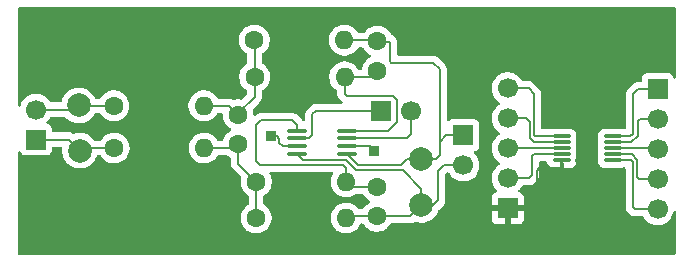
<source format=gbr>
%TF.GenerationSoftware,KiCad,Pcbnew,9.0.1*%
%TF.CreationDate,2025-06-25T15:49:50+05:30*%
%TF.ProjectId,daq_idea,6461715f-6964-4656-912e-6b696361645f,rev?*%
%TF.SameCoordinates,Original*%
%TF.FileFunction,Copper,L1,Top*%
%TF.FilePolarity,Positive*%
%FSLAX46Y46*%
G04 Gerber Fmt 4.6, Leading zero omitted, Abs format (unit mm)*
G04 Created by KiCad (PCBNEW 9.0.1) date 2025-06-25 15:49:50*
%MOMM*%
%LPD*%
G01*
G04 APERTURE LIST*
G04 Aperture macros list*
%AMRoundRect*
0 Rectangle with rounded corners*
0 $1 Rounding radius*
0 $2 $3 $4 $5 $6 $7 $8 $9 X,Y pos of 4 corners*
0 Add a 4 corners polygon primitive as box body*
4,1,4,$2,$3,$4,$5,$6,$7,$8,$9,$2,$3,0*
0 Add four circle primitives for the rounded corners*
1,1,$1+$1,$2,$3*
1,1,$1+$1,$4,$5*
1,1,$1+$1,$6,$7*
1,1,$1+$1,$8,$9*
0 Add four rect primitives between the rounded corners*
20,1,$1+$1,$2,$3,$4,$5,0*
20,1,$1+$1,$4,$5,$6,$7,0*
20,1,$1+$1,$6,$7,$8,$9,0*
20,1,$1+$1,$8,$9,$2,$3,0*%
G04 Aperture macros list end*
%TA.AperFunction,SMDPad,CuDef*%
%ADD10RoundRect,0.100000X-0.712500X-0.100000X0.712500X-0.100000X0.712500X0.100000X-0.712500X0.100000X0*%
%TD*%
%TA.AperFunction,ComponentPad*%
%ADD11R,1.700000X1.700000*%
%TD*%
%TA.AperFunction,ComponentPad*%
%ADD12C,1.700000*%
%TD*%
%TA.AperFunction,ComponentPad*%
%ADD13C,2.000000*%
%TD*%
%TA.AperFunction,ComponentPad*%
%ADD14C,1.600000*%
%TD*%
%TA.AperFunction,ComponentPad*%
%ADD15O,1.600000X1.600000*%
%TD*%
%TA.AperFunction,ComponentPad*%
%ADD16R,0.850000X0.850000*%
%TD*%
%TA.AperFunction,SMDPad,CuDef*%
%ADD17RoundRect,0.035000X-0.700000X-0.105000X0.700000X-0.105000X0.700000X0.105000X-0.700000X0.105000X0*%
%TD*%
%TA.AperFunction,Conductor*%
%ADD18C,0.200000*%
%TD*%
G04 APERTURE END LIST*
D10*
%TO.P,U1,1,-*%
%TO.N,Net-(U1--)*%
X39447500Y-30585000D03*
%TO.P,U1,2,V_{OCM}*%
%TO.N,Net-(J7-Pin_1)*%
X39447500Y-31235000D03*
%TO.P,U1,3,+V_{S}*%
%TO.N,Net-(J5-Pin_1)*%
X39447500Y-31885000D03*
%TO.P,U1,4*%
%TO.N,Net-(J4-Pin_2)*%
X39447500Y-32535000D03*
%TO.P,U1,5*%
%TO.N,Net-(J4-Pin_1)*%
X43672500Y-32535000D03*
%TO.P,U1,6,-V_{S}*%
%TO.N,Net-(J6-Pin_1)*%
X43672500Y-31885000D03*
%TO.P,U1,7,V_{Mid}*%
%TO.N,Net-(J7-Pin_2)*%
X43672500Y-31235000D03*
%TO.P,U1,8,+*%
%TO.N,Net-(U1-+)*%
X43672500Y-30585000D03*
%TD*%
D11*
%TO.P,J3,1,Pin_1*%
%TO.N,Net-(J3-Pin_1)*%
X17380000Y-31330000D03*
D12*
%TO.P,J3,2,Pin_2*%
%TO.N,Net-(J3-Pin_2)*%
X17380000Y-28790000D03*
%TD*%
D13*
%TO.P,TP2,1,1*%
%TO.N,Net-(J3-Pin_1)*%
X21090000Y-32270000D03*
%TD*%
D14*
%TO.P,R4,1*%
%TO.N,Net-(C3-Pad1)*%
X36030000Y-34910000D03*
D15*
%TO.P,R4,2*%
%TO.N,Net-(U1--)*%
X43650000Y-34910000D03*
%TD*%
D16*
%TO.P,J5,1,Pin_1*%
%TO.N,Net-(J5-Pin_1)*%
X37240000Y-31050000D03*
%TD*%
D14*
%TO.P,C1,1*%
%TO.N,Net-(U1-+)*%
X46280000Y-25500000D03*
%TO.P,C1,2*%
%TO.N,Net-(J4-Pin_1)*%
X46280000Y-23000000D03*
%TD*%
%TO.P,C2,1*%
%TO.N,Net-(U1--)*%
X46220000Y-35330000D03*
%TO.P,C2,2*%
%TO.N,Net-(J4-Pin_2)*%
X46220000Y-37830000D03*
%TD*%
D16*
%TO.P,J6,1,Pin_1*%
%TO.N,Net-(J6-Pin_1)*%
X46020000Y-32290000D03*
%TD*%
D17*
%TO.P,U2,1,VREF*%
%TO.N,Net-(J2-Pin_5)*%
X61900000Y-31070000D03*
%TO.P,U2,2,AVDD*%
%TO.N,Net-(J2-Pin_4)*%
X61900000Y-31570000D03*
%TO.P,U2,3,AIN+*%
%TO.N,Net-(J2-Pin_3)*%
X61900000Y-32070000D03*
%TO.P,U2,4,AIN-*%
%TO.N,Net-(J2-Pin_2)*%
X61900000Y-32570000D03*
%TO.P,U2,5,GND*%
%TO.N,GND*%
X61900000Y-33070000D03*
%TO.P,U2,6,CNVST*%
%TO.N,Net-(J1-Pin_5)*%
X66200000Y-33070000D03*
%TO.P,U2,7,SDO*%
%TO.N,Net-(J1-Pin_4)*%
X66200000Y-32570000D03*
%TO.P,U2,8,SCLK*%
%TO.N,Net-(J1-Pin_3)*%
X66200000Y-32070000D03*
%TO.P,U2,9,SDI*%
%TO.N,Net-(J1-Pin_2)*%
X66200000Y-31570000D03*
%TO.P,U2,10,DV_IO*%
%TO.N,Net-(J1-Pin_1)*%
X66200000Y-31070000D03*
%TD*%
D13*
%TO.P,TP1,1,1*%
%TO.N,Net-(J3-Pin_2)*%
X21000000Y-28440000D03*
%TD*%
D11*
%TO.P,J7,1,Pin_1*%
%TO.N,Net-(J7-Pin_1)*%
X46595000Y-28900000D03*
D12*
%TO.P,J7,2,Pin_2*%
%TO.N,Net-(J7-Pin_2)*%
X49135000Y-28900000D03*
%TD*%
D14*
%TO.P,R6,1*%
%TO.N,Net-(C3-Pad1)*%
X36020000Y-37970000D03*
D15*
%TO.P,R6,2*%
%TO.N,Net-(J4-Pin_2)*%
X43640000Y-37970000D03*
%TD*%
D13*
%TO.P,TP3,1,1*%
%TO.N,Net-(J4-Pin_1)*%
X49950000Y-33000000D03*
%TD*%
D14*
%TO.P,C3,1*%
%TO.N,Net-(C3-Pad1)*%
X34480000Y-31730000D03*
%TO.P,C3,2*%
%TO.N,Net-(C3-Pad2)*%
X34480000Y-29230000D03*
%TD*%
D13*
%TO.P,TP4,1,1*%
%TO.N,Net-(J4-Pin_2)*%
X50010000Y-36860000D03*
%TD*%
D14*
%TO.P,R3,1*%
%TO.N,Net-(C3-Pad2)*%
X35880000Y-26020000D03*
D15*
%TO.P,R3,2*%
%TO.N,Net-(U1-+)*%
X43500000Y-26020000D03*
%TD*%
D14*
%TO.P,R1,1*%
%TO.N,Net-(J3-Pin_2)*%
X23960000Y-28460000D03*
D15*
%TO.P,R1,2*%
%TO.N,Net-(C3-Pad2)*%
X31580000Y-28460000D03*
%TD*%
D14*
%TO.P,R2,1*%
%TO.N,Net-(J3-Pin_1)*%
X24000000Y-32050000D03*
D15*
%TO.P,R2,2*%
%TO.N,Net-(C3-Pad1)*%
X31620000Y-32050000D03*
%TD*%
D11*
%TO.P,J1,1,Pin_1*%
%TO.N,Net-(J1-Pin_1)*%
X70010000Y-27070000D03*
D12*
%TO.P,J1,2,Pin_2*%
%TO.N,Net-(J1-Pin_2)*%
X70010000Y-29610000D03*
%TO.P,J1,3,Pin_3*%
%TO.N,Net-(J1-Pin_3)*%
X70010000Y-32150000D03*
%TO.P,J1,4,Pin_4*%
%TO.N,Net-(J1-Pin_4)*%
X70010000Y-34690000D03*
%TO.P,J1,5,Pin_5*%
%TO.N,Net-(J1-Pin_5)*%
X70010000Y-37230000D03*
%TD*%
D11*
%TO.P,J2,1,Pin_1*%
%TO.N,GND*%
X57310000Y-37150000D03*
D12*
%TO.P,J2,2,Pin_2*%
%TO.N,Net-(J2-Pin_2)*%
X57310000Y-34610000D03*
%TO.P,J2,3,Pin_3*%
%TO.N,Net-(J2-Pin_3)*%
X57310000Y-32070000D03*
%TO.P,J2,4,Pin_4*%
%TO.N,Net-(J2-Pin_4)*%
X57310000Y-29530000D03*
%TO.P,J2,5,Pin_5*%
%TO.N,Net-(J2-Pin_5)*%
X57310000Y-26990000D03*
%TD*%
D11*
%TO.P,J4,1,Pin_1*%
%TO.N,Net-(J4-Pin_1)*%
X53560000Y-30975000D03*
D12*
%TO.P,J4,2,Pin_2*%
%TO.N,Net-(J4-Pin_2)*%
X53560000Y-33515000D03*
%TD*%
D14*
%TO.P,R5,1*%
%TO.N,Net-(C3-Pad2)*%
X35870000Y-22920000D03*
D15*
%TO.P,R5,2*%
%TO.N,Net-(J4-Pin_1)*%
X43490000Y-22920000D03*
%TD*%
D18*
%TO.N,Net-(U1-+)*%
X47950000Y-27953000D02*
X47950000Y-29847000D01*
X43500000Y-26020000D02*
X45760000Y-26020000D01*
X43990000Y-25530000D02*
X43500000Y-26020000D01*
X47637000Y-27640000D02*
X47950000Y-27953000D01*
X47212000Y-30585000D02*
X43672500Y-30585000D01*
X45760000Y-26020000D02*
X46280000Y-25500000D01*
X43700000Y-27640000D02*
X47637000Y-27640000D01*
X47950000Y-29847000D02*
X47212000Y-30585000D01*
X43500000Y-26020000D02*
X43500000Y-27440000D01*
X43500000Y-27440000D02*
X43700000Y-27640000D01*
%TO.N,Net-(J4-Pin_1)*%
X51540000Y-25370000D02*
X51540000Y-31640000D01*
X51200000Y-33000000D02*
X51540000Y-32660000D01*
X46200000Y-22920000D02*
X46280000Y-23000000D01*
X49950000Y-33000000D02*
X51200000Y-33000000D01*
X50990000Y-24820000D02*
X51540000Y-25370000D01*
X48280000Y-33500000D02*
X48780000Y-33000000D01*
X48260000Y-24830000D02*
X48270000Y-24820000D01*
X43672500Y-32535000D02*
X44637500Y-33500000D01*
X44637500Y-33500000D02*
X48280000Y-33500000D01*
X46280000Y-23000000D02*
X46330000Y-23050000D01*
X52115000Y-30975000D02*
X53560000Y-30975000D01*
X47440000Y-24830000D02*
X48260000Y-24830000D01*
X47330000Y-24720000D02*
X47440000Y-24830000D01*
X48780000Y-33000000D02*
X49950000Y-33000000D01*
X46330000Y-23050000D02*
X47330000Y-23050000D01*
X47330000Y-23050000D02*
X47330000Y-24720000D01*
X51540000Y-31550000D02*
X52115000Y-30975000D01*
X51540000Y-32660000D02*
X51540000Y-31640000D01*
X43490000Y-22920000D02*
X46200000Y-22920000D01*
X43500000Y-22970000D02*
X43380000Y-22850000D01*
X51540000Y-31640000D02*
X51540000Y-31550000D01*
X48270000Y-24820000D02*
X50990000Y-24820000D01*
%TO.N,Net-(U1--)*%
X36000000Y-30110000D02*
X36420000Y-29690000D01*
X39447500Y-30067500D02*
X39447500Y-30585000D01*
X44070000Y-35330000D02*
X43650000Y-34910000D01*
X46220000Y-35330000D02*
X44070000Y-35330000D01*
X43650000Y-33700000D02*
X43401000Y-33451000D01*
X43401000Y-33451000D02*
X36321000Y-33451000D01*
X39070000Y-29690000D02*
X39447500Y-30067500D01*
X36420000Y-29690000D02*
X39070000Y-29690000D01*
X36000000Y-33130000D02*
X36000000Y-30110000D01*
X36321000Y-33451000D02*
X36000000Y-33130000D01*
X43650000Y-34910000D02*
X43650000Y-33700000D01*
%TO.N,Net-(J4-Pin_2)*%
X50010000Y-35480000D02*
X50010000Y-36860000D01*
X48431000Y-33901000D02*
X50010000Y-35480000D01*
X39447500Y-32535000D02*
X39962500Y-33050000D01*
X50010000Y-36860000D02*
X50990000Y-36860000D01*
X44471400Y-33901000D02*
X48431000Y-33901000D01*
X39962500Y-33050000D02*
X43620400Y-33050000D01*
X46220000Y-37830000D02*
X49040000Y-37830000D01*
X51420000Y-34010000D02*
X51915000Y-33515000D01*
X51915000Y-33515000D02*
X53560000Y-33515000D01*
X50990000Y-36860000D02*
X51010000Y-36880000D01*
X46220000Y-37830000D02*
X43780000Y-37830000D01*
X49040000Y-37830000D02*
X50010000Y-36860000D01*
X51420000Y-36470000D02*
X51420000Y-34010000D01*
X43620400Y-33050000D02*
X44471400Y-33901000D01*
X43780000Y-37830000D02*
X43640000Y-37970000D01*
X51010000Y-36880000D02*
X51420000Y-36470000D01*
%TO.N,Net-(C3-Pad2)*%
X35880000Y-26020000D02*
X35880000Y-22930000D01*
X34480000Y-29230000D02*
X34480000Y-29120000D01*
X34360000Y-29230000D02*
X34480000Y-29230000D01*
X33710000Y-28460000D02*
X34480000Y-29230000D01*
X34480000Y-29120000D02*
X35880000Y-27720000D01*
X35880000Y-27720000D02*
X35880000Y-26020000D01*
X31580000Y-28460000D02*
X33710000Y-28460000D01*
X35880000Y-22930000D02*
X35870000Y-22920000D01*
%TO.N,Net-(C3-Pad1)*%
X34480000Y-33360000D02*
X36030000Y-34910000D01*
X34010000Y-31730000D02*
X34480000Y-31730000D01*
X31620000Y-32050000D02*
X34160000Y-32050000D01*
X34480000Y-31730000D02*
X34480000Y-33360000D01*
X36030000Y-37960000D02*
X36020000Y-37970000D01*
X36030000Y-34910000D02*
X36030000Y-37960000D01*
X34160000Y-32050000D02*
X34480000Y-31730000D01*
%TO.N,Net-(J1-Pin_1)*%
X68360000Y-27070000D02*
X70010000Y-27070000D01*
X67680000Y-31070000D02*
X67920000Y-30830000D01*
X67920000Y-30830000D02*
X67920000Y-27510000D01*
X67920000Y-27510000D02*
X68360000Y-27070000D01*
X70010000Y-27260000D02*
X70010000Y-27070000D01*
X66200000Y-31070000D02*
X67680000Y-31070000D01*
%TO.N,Net-(J1-Pin_3)*%
X70010000Y-32150000D02*
X69930000Y-32070000D01*
X69930000Y-32070000D02*
X66200000Y-32070000D01*
%TO.N,Net-(J1-Pin_4)*%
X67830000Y-32570000D02*
X68290000Y-33030000D01*
X68290000Y-33030000D02*
X68290000Y-34540000D01*
X68290000Y-34540000D02*
X68440000Y-34690000D01*
X68440000Y-34690000D02*
X70010000Y-34690000D01*
X66200000Y-32570000D02*
X67830000Y-32570000D01*
%TO.N,Net-(J1-Pin_5)*%
X68080000Y-37230000D02*
X70010000Y-37230000D01*
X67889000Y-37039000D02*
X68080000Y-37230000D01*
X67889000Y-33200000D02*
X67889000Y-37039000D01*
X67759000Y-33070000D02*
X67889000Y-33200000D01*
X70010000Y-36880000D02*
X70010000Y-37230000D01*
X66200000Y-33070000D02*
X67759000Y-33070000D01*
%TO.N,Net-(J1-Pin_2)*%
X68501000Y-29610000D02*
X68321000Y-29790000D01*
X67747100Y-31570000D02*
X66200000Y-31570000D01*
X68321000Y-30996100D02*
X67747100Y-31570000D01*
X68321000Y-29790000D02*
X68321000Y-30996100D01*
X70010000Y-29610000D02*
X68501000Y-29610000D01*
%TO.N,Net-(J2-Pin_2)*%
X59080000Y-34610000D02*
X59370000Y-34320000D01*
X57310000Y-34610000D02*
X59080000Y-34610000D01*
X59370000Y-34320000D02*
X59370000Y-32700000D01*
X59370000Y-32700000D02*
X59500000Y-32570000D01*
X59500000Y-32570000D02*
X61900000Y-32570000D01*
%TO.N,Net-(J2-Pin_3)*%
X57310000Y-32070000D02*
X61900000Y-32070000D01*
%TO.N,Net-(J2-Pin_4)*%
X59169000Y-29809000D02*
X59169000Y-31239000D01*
X58890000Y-29530000D02*
X59169000Y-29809000D01*
X57310000Y-29530000D02*
X58890000Y-29530000D01*
X59500000Y-31570000D02*
X61900000Y-31570000D01*
X59169000Y-31239000D02*
X59500000Y-31570000D01*
%TO.N,Net-(J2-Pin_5)*%
X59090000Y-26990000D02*
X59570000Y-27470000D01*
X57310000Y-26990000D02*
X59090000Y-26990000D01*
X59660000Y-31070000D02*
X61900000Y-31070000D01*
X59570000Y-30980000D02*
X59660000Y-31070000D01*
X61390000Y-31070000D02*
X61900000Y-31070000D01*
X59570000Y-27470000D02*
X59570000Y-30980000D01*
%TO.N,Net-(J3-Pin_2)*%
X21000000Y-28440000D02*
X21060000Y-28440000D01*
X21080000Y-28460000D02*
X23960000Y-28460000D01*
X21060000Y-28440000D02*
X21080000Y-28460000D01*
X17380000Y-28790000D02*
X20650000Y-28790000D01*
X20650000Y-28790000D02*
X21000000Y-28440000D01*
%TO.N,Net-(J3-Pin_1)*%
X20150000Y-31330000D02*
X21090000Y-32270000D01*
X17380000Y-31330000D02*
X20150000Y-31330000D01*
X21370000Y-32050000D02*
X24000000Y-32050000D01*
X21090000Y-32270000D02*
X21150000Y-32270000D01*
X21150000Y-32270000D02*
X21370000Y-32050000D01*
%TO.N,Net-(J5-Pin_1)*%
X37740000Y-31050000D02*
X37970000Y-31280000D01*
X37970000Y-31280000D02*
X37970000Y-31600000D01*
X37970000Y-31600000D02*
X38255000Y-31885000D01*
X37240000Y-31050000D02*
X37740000Y-31050000D01*
X38255000Y-31885000D02*
X39447500Y-31885000D01*
%TO.N,Net-(J6-Pin_1)*%
X45615000Y-31885000D02*
X43672500Y-31885000D01*
X46020000Y-32290000D02*
X45615000Y-31885000D01*
%TO.N,Net-(J7-Pin_1)*%
X41080000Y-28900000D02*
X46595000Y-28900000D01*
X39447500Y-31235000D02*
X40455000Y-31235000D01*
X40455000Y-31235000D02*
X40780000Y-30910000D01*
X40780000Y-29200000D02*
X41080000Y-28900000D01*
X40780000Y-30910000D02*
X40780000Y-29200000D01*
%TO.N,Net-(J7-Pin_2)*%
X43672500Y-31235000D02*
X48785000Y-31235000D01*
X49135000Y-30885000D02*
X49135000Y-28900000D01*
X48785000Y-31235000D02*
X49135000Y-30885000D01*
%TO.N,GND*%
X57310000Y-37150000D02*
X59340000Y-37150000D01*
X59771000Y-36719000D02*
X59771000Y-33969000D01*
X61900000Y-33540000D02*
X61900000Y-33070000D01*
X61730000Y-33750000D02*
X61920000Y-33560000D01*
X59771000Y-33969000D02*
X59990000Y-33750000D01*
X59990000Y-33750000D02*
X61730000Y-33750000D01*
X59340000Y-37150000D02*
X59771000Y-36719000D01*
X61920000Y-33560000D02*
X61900000Y-33540000D01*
%TD*%
%TA.AperFunction,Conductor*%
%TO.N,GND*%
G36*
X71527539Y-20160185D02*
G01*
X71573294Y-20212989D01*
X71584500Y-20264500D01*
X71584500Y-26042980D01*
X71564815Y-26110019D01*
X71512011Y-26155774D01*
X71442853Y-26165718D01*
X71379297Y-26136693D01*
X71344318Y-26086313D01*
X71303797Y-25977671D01*
X71303793Y-25977664D01*
X71217547Y-25862455D01*
X71217544Y-25862452D01*
X71102335Y-25776206D01*
X71102328Y-25776202D01*
X70967482Y-25725908D01*
X70967483Y-25725908D01*
X70907883Y-25719501D01*
X70907881Y-25719500D01*
X70907873Y-25719500D01*
X70907864Y-25719500D01*
X69112129Y-25719500D01*
X69112123Y-25719501D01*
X69052516Y-25725908D01*
X68917671Y-25776202D01*
X68917664Y-25776206D01*
X68802455Y-25862452D01*
X68802452Y-25862455D01*
X68716206Y-25977664D01*
X68716202Y-25977671D01*
X68665908Y-26112517D01*
X68659501Y-26172116D01*
X68659500Y-26172135D01*
X68659500Y-26345500D01*
X68656949Y-26354185D01*
X68658238Y-26363147D01*
X68647259Y-26387187D01*
X68639815Y-26412539D01*
X68632974Y-26418466D01*
X68629213Y-26426703D01*
X68606978Y-26440992D01*
X68587011Y-26458294D01*
X68576496Y-26460581D01*
X68570435Y-26464477D01*
X68535500Y-26469500D01*
X68446669Y-26469500D01*
X68446653Y-26469499D01*
X68439057Y-26469499D01*
X68280943Y-26469499D01*
X68197078Y-26491971D01*
X68128210Y-26510424D01*
X68128209Y-26510425D01*
X68078096Y-26539359D01*
X68078095Y-26539360D01*
X68034689Y-26564420D01*
X67991285Y-26589479D01*
X67991282Y-26589481D01*
X67439479Y-27141284D01*
X67428974Y-27159481D01*
X67410475Y-27191523D01*
X67360423Y-27278215D01*
X67319499Y-27430943D01*
X67319499Y-27430945D01*
X67319499Y-27599046D01*
X67319500Y-27599059D01*
X67319500Y-30345500D01*
X67316949Y-30354185D01*
X67318238Y-30363147D01*
X67307259Y-30387187D01*
X67299815Y-30412539D01*
X67292974Y-30418466D01*
X67289213Y-30426703D01*
X67266978Y-30440992D01*
X67247011Y-30458294D01*
X67236496Y-30460581D01*
X67230435Y-30464477D01*
X67195500Y-30469500D01*
X67126774Y-30469500D01*
X67081285Y-30460855D01*
X67027979Y-30439834D01*
X67027978Y-30439833D01*
X66941927Y-30429500D01*
X65458080Y-30429500D01*
X65372022Y-30439833D01*
X65235077Y-30493837D01*
X65235075Y-30493838D01*
X65117783Y-30582783D01*
X65028838Y-30700075D01*
X64974833Y-30837022D01*
X64964500Y-30923072D01*
X64964500Y-31216920D01*
X64975102Y-31305217D01*
X64975102Y-31334782D01*
X64969457Y-31381795D01*
X64964500Y-31423073D01*
X64964500Y-31423074D01*
X64964500Y-31423078D01*
X64964500Y-31716920D01*
X64975102Y-31805217D01*
X64975102Y-31834782D01*
X64970527Y-31872883D01*
X64964500Y-31923073D01*
X64964500Y-31923074D01*
X64964500Y-31923078D01*
X64964500Y-32216920D01*
X64975102Y-32305217D01*
X64975102Y-32334782D01*
X64969881Y-32378267D01*
X64964500Y-32423073D01*
X64964500Y-32423074D01*
X64964500Y-32423078D01*
X64964500Y-32716920D01*
X64975102Y-32805217D01*
X64975102Y-32834782D01*
X64971692Y-32863181D01*
X64964500Y-32923073D01*
X64964500Y-32923077D01*
X64964500Y-32923078D01*
X64964500Y-33216919D01*
X64974833Y-33302977D01*
X65028837Y-33439922D01*
X65028838Y-33439924D01*
X65117783Y-33557216D01*
X65202274Y-33621287D01*
X65235078Y-33646163D01*
X65372021Y-33700166D01*
X65458073Y-33710500D01*
X66941926Y-33710499D01*
X67027979Y-33700166D01*
X67081285Y-33679145D01*
X67088268Y-33677817D01*
X67091839Y-33675523D01*
X67126774Y-33670500D01*
X67164500Y-33670500D01*
X67231539Y-33690185D01*
X67277294Y-33742989D01*
X67288500Y-33794500D01*
X67288500Y-36952330D01*
X67288499Y-36952348D01*
X67288499Y-37118054D01*
X67288498Y-37118054D01*
X67326789Y-37260956D01*
X67329423Y-37270785D01*
X67345728Y-37299026D01*
X67351518Y-37309053D01*
X67351519Y-37309057D01*
X67408475Y-37407709D01*
X67408481Y-37407717D01*
X67537720Y-37536956D01*
X67537725Y-37536960D01*
X67711284Y-37710520D01*
X67807533Y-37766089D01*
X67848211Y-37789575D01*
X67848212Y-37789575D01*
X67848215Y-37789577D01*
X68000943Y-37830501D01*
X68000946Y-37830501D01*
X68166654Y-37830501D01*
X68166670Y-37830500D01*
X68724281Y-37830500D01*
X68791320Y-37850185D01*
X68834765Y-37898205D01*
X68854947Y-37937814D01*
X68854948Y-37937815D01*
X68979890Y-38109786D01*
X69130213Y-38260109D01*
X69302179Y-38385048D01*
X69302181Y-38385049D01*
X69302184Y-38385051D01*
X69491588Y-38481557D01*
X69693757Y-38547246D01*
X69903713Y-38580500D01*
X69903714Y-38580500D01*
X70116286Y-38580500D01*
X70116287Y-38580500D01*
X70326243Y-38547246D01*
X70528412Y-38481557D01*
X70717816Y-38385051D01*
X70739789Y-38369086D01*
X70889786Y-38260109D01*
X70889788Y-38260106D01*
X70889792Y-38260104D01*
X71040104Y-38109792D01*
X71040106Y-38109788D01*
X71040109Y-38109786D01*
X71165048Y-37937820D01*
X71165047Y-37937820D01*
X71165051Y-37937816D01*
X71261557Y-37748412D01*
X71327246Y-37546243D01*
X71338027Y-37478175D01*
X71367956Y-37415040D01*
X71427268Y-37378109D01*
X71497130Y-37379107D01*
X71555363Y-37417717D01*
X71583477Y-37481680D01*
X71584500Y-37497573D01*
X71584500Y-40945500D01*
X71564815Y-41012539D01*
X71512011Y-41058294D01*
X71460500Y-41069500D01*
X15949500Y-41069500D01*
X15882461Y-41049815D01*
X15836706Y-40997011D01*
X15825500Y-40945500D01*
X15825500Y-32410642D01*
X15845185Y-32343603D01*
X15897989Y-32297848D01*
X15967147Y-32287904D01*
X16030703Y-32316929D01*
X16065682Y-32367309D01*
X16086202Y-32422328D01*
X16086206Y-32422335D01*
X16172452Y-32537544D01*
X16172455Y-32537547D01*
X16287664Y-32623793D01*
X16287671Y-32623797D01*
X16422517Y-32674091D01*
X16422516Y-32674091D01*
X16425028Y-32674361D01*
X16482127Y-32680500D01*
X18277872Y-32680499D01*
X18337483Y-32674091D01*
X18472331Y-32623796D01*
X18587546Y-32537546D01*
X18673796Y-32422331D01*
X18724091Y-32287483D01*
X18730500Y-32227873D01*
X18730500Y-32054500D01*
X18750185Y-31987461D01*
X18802989Y-31941706D01*
X18854500Y-31930500D01*
X19479382Y-31930500D01*
X19546421Y-31950185D01*
X19592176Y-32002989D01*
X19602120Y-32072147D01*
X19601855Y-32073898D01*
X19589500Y-32151902D01*
X19589500Y-32388097D01*
X19626446Y-32621368D01*
X19699433Y-32845996D01*
X19767241Y-32979075D01*
X19806657Y-33056433D01*
X19945483Y-33247510D01*
X20112490Y-33414517D01*
X20303567Y-33553343D01*
X20379014Y-33591785D01*
X20514003Y-33660566D01*
X20514005Y-33660566D01*
X20514008Y-33660568D01*
X20634367Y-33699675D01*
X20738631Y-33733553D01*
X20971903Y-33770500D01*
X20971908Y-33770500D01*
X21208097Y-33770500D01*
X21441368Y-33733553D01*
X21451663Y-33730208D01*
X21665992Y-33660568D01*
X21876433Y-33553343D01*
X22067510Y-33414517D01*
X22234517Y-33247510D01*
X22373343Y-33056433D01*
X22480568Y-32845992D01*
X22480569Y-32845989D01*
X22516248Y-32736182D01*
X22530198Y-32715780D01*
X22540466Y-32693297D01*
X22549574Y-32687443D01*
X22555685Y-32678507D01*
X22578450Y-32668885D01*
X22599244Y-32655523D01*
X22615653Y-32653163D01*
X22620044Y-32651308D01*
X22634179Y-32650500D01*
X22770398Y-32650500D01*
X22837437Y-32670185D01*
X22880883Y-32718205D01*
X22887715Y-32731614D01*
X23008028Y-32897213D01*
X23152786Y-33041971D01*
X23296197Y-33146163D01*
X23318390Y-33162287D01*
X23425611Y-33216919D01*
X23500776Y-33255218D01*
X23500778Y-33255218D01*
X23500781Y-33255220D01*
X23586242Y-33282988D01*
X23695465Y-33318477D01*
X23796557Y-33334488D01*
X23897648Y-33350500D01*
X23897649Y-33350500D01*
X24102351Y-33350500D01*
X24102352Y-33350500D01*
X24304534Y-33318477D01*
X24499219Y-33255220D01*
X24681610Y-33162287D01*
X24781240Y-33089902D01*
X24847213Y-33041971D01*
X24847215Y-33041968D01*
X24847219Y-33041966D01*
X24991966Y-32897219D01*
X24991968Y-32897215D01*
X24991971Y-32897213D01*
X25077601Y-32779351D01*
X25112287Y-32731610D01*
X25205220Y-32549219D01*
X25268477Y-32354534D01*
X25300500Y-32152352D01*
X25300500Y-31947648D01*
X25288657Y-31872873D01*
X25268477Y-31745465D01*
X25223633Y-31607450D01*
X25205220Y-31550781D01*
X25205218Y-31550778D01*
X25205218Y-31550776D01*
X25160662Y-31463331D01*
X25112287Y-31368390D01*
X25087870Y-31334782D01*
X24991971Y-31202786D01*
X24847213Y-31058028D01*
X24681613Y-30937715D01*
X24681612Y-30937714D01*
X24681610Y-30937713D01*
X24624653Y-30908691D01*
X24499223Y-30844781D01*
X24304534Y-30781522D01*
X24129995Y-30753878D01*
X24102352Y-30749500D01*
X23897648Y-30749500D01*
X23873329Y-30753351D01*
X23695465Y-30781522D01*
X23500776Y-30844781D01*
X23318386Y-30937715D01*
X23152786Y-31058028D01*
X23008028Y-31202786D01*
X22887715Y-31368385D01*
X22880883Y-31381795D01*
X22832909Y-31432591D01*
X22770398Y-31449500D01*
X22411773Y-31449500D01*
X22344734Y-31429815D01*
X22311455Y-31398386D01*
X22299401Y-31381795D01*
X22234517Y-31292490D01*
X22067510Y-31125483D01*
X21876433Y-30986657D01*
X21832074Y-30964055D01*
X21665996Y-30879433D01*
X21441368Y-30806446D01*
X21208097Y-30769500D01*
X21208092Y-30769500D01*
X20971908Y-30769500D01*
X20971903Y-30769500D01*
X20738630Y-30806447D01*
X20738627Y-30806447D01*
X20602722Y-30850606D01*
X20568948Y-30851570D01*
X20535171Y-30853180D01*
X20533668Y-30852578D01*
X20532881Y-30852601D01*
X20502405Y-30840063D01*
X20497136Y-30837021D01*
X20401069Y-30781557D01*
X20381785Y-30770423D01*
X20229057Y-30729499D01*
X20070943Y-30729499D01*
X20063347Y-30729499D01*
X20063331Y-30729500D01*
X18854499Y-30729500D01*
X18787460Y-30709815D01*
X18741705Y-30657011D01*
X18730499Y-30605500D01*
X18730499Y-30432129D01*
X18730498Y-30432123D01*
X18730216Y-30429501D01*
X18724091Y-30372517D01*
X18720596Y-30363147D01*
X18673797Y-30237671D01*
X18673793Y-30237664D01*
X18587547Y-30122455D01*
X18587544Y-30122452D01*
X18472335Y-30036206D01*
X18472328Y-30036202D01*
X18340917Y-29987189D01*
X18284983Y-29945318D01*
X18260566Y-29879853D01*
X18275418Y-29811580D01*
X18296563Y-29783332D01*
X18410104Y-29669792D01*
X18535051Y-29497816D01*
X18535349Y-29497230D01*
X18555235Y-29458205D01*
X18603209Y-29407409D01*
X18665719Y-29390500D01*
X19777111Y-29390500D01*
X19844150Y-29410185D01*
X19864792Y-29426819D01*
X20022490Y-29584517D01*
X20213567Y-29723343D01*
X20300136Y-29767452D01*
X20424003Y-29830566D01*
X20424005Y-29830566D01*
X20424008Y-29830568D01*
X20519761Y-29861680D01*
X20648631Y-29903553D01*
X20881903Y-29940500D01*
X20881908Y-29940500D01*
X21118097Y-29940500D01*
X21351368Y-29903553D01*
X21362448Y-29899953D01*
X21575992Y-29830568D01*
X21786433Y-29723343D01*
X21977510Y-29584517D01*
X22144517Y-29417510D01*
X22283343Y-29226433D01*
X22321808Y-29150942D01*
X22333393Y-29128205D01*
X22381368Y-29077409D01*
X22443878Y-29060500D01*
X22730398Y-29060500D01*
X22797437Y-29080185D01*
X22840882Y-29128204D01*
X22843320Y-29132989D01*
X22847715Y-29141614D01*
X22968028Y-29307213D01*
X23112786Y-29451971D01*
X23267749Y-29564556D01*
X23278390Y-29572287D01*
X23380864Y-29624500D01*
X23460776Y-29665218D01*
X23460778Y-29665218D01*
X23460781Y-29665220D01*
X23506411Y-29680046D01*
X23655465Y-29728477D01*
X23756557Y-29744488D01*
X23857648Y-29760500D01*
X23857649Y-29760500D01*
X24062351Y-29760500D01*
X24062352Y-29760500D01*
X24264534Y-29728477D01*
X24459219Y-29665220D01*
X24641610Y-29572287D01*
X24744114Y-29497814D01*
X24807213Y-29451971D01*
X24807215Y-29451968D01*
X24807219Y-29451966D01*
X24951966Y-29307219D01*
X24951968Y-29307215D01*
X24951971Y-29307213D01*
X25019867Y-29213760D01*
X25072287Y-29141610D01*
X25165220Y-28959219D01*
X25228477Y-28764534D01*
X25260500Y-28562352D01*
X25260500Y-28357648D01*
X30279500Y-28357648D01*
X30279500Y-28562351D01*
X30311522Y-28764534D01*
X30374781Y-28959223D01*
X30426385Y-29060500D01*
X30463320Y-29132989D01*
X30467715Y-29141613D01*
X30588028Y-29307213D01*
X30732786Y-29451971D01*
X30887749Y-29564556D01*
X30898390Y-29572287D01*
X31000864Y-29624500D01*
X31080776Y-29665218D01*
X31080778Y-29665218D01*
X31080781Y-29665220D01*
X31126411Y-29680046D01*
X31275465Y-29728477D01*
X31376557Y-29744488D01*
X31477648Y-29760500D01*
X31477649Y-29760500D01*
X31682351Y-29760500D01*
X31682352Y-29760500D01*
X31884534Y-29728477D01*
X32079219Y-29665220D01*
X32261610Y-29572287D01*
X32364114Y-29497814D01*
X32427213Y-29451971D01*
X32427215Y-29451968D01*
X32427219Y-29451966D01*
X32571966Y-29307219D01*
X32571968Y-29307215D01*
X32571971Y-29307213D01*
X32679686Y-29158954D01*
X32692287Y-29141610D01*
X32699117Y-29128204D01*
X32709566Y-29117140D01*
X32715889Y-29103297D01*
X32733068Y-29092256D01*
X32747091Y-29077409D01*
X32762772Y-29073167D01*
X32774667Y-29065523D01*
X32809602Y-29060500D01*
X33055500Y-29060500D01*
X33122539Y-29080185D01*
X33168294Y-29132989D01*
X33179500Y-29184500D01*
X33179500Y-29332351D01*
X33211522Y-29534534D01*
X33274781Y-29729223D01*
X33311462Y-29801212D01*
X33361775Y-29899957D01*
X33367715Y-29911613D01*
X33488028Y-30077213D01*
X33632786Y-30221971D01*
X33798388Y-30342286D01*
X33851828Y-30369516D01*
X33902623Y-30417490D01*
X33919418Y-30485312D01*
X33896880Y-30551446D01*
X33851828Y-30590484D01*
X33798388Y-30617713D01*
X33632786Y-30738028D01*
X33488028Y-30882786D01*
X33367715Y-31048386D01*
X33274781Y-31230778D01*
X33274780Y-31230780D01*
X33274780Y-31230781D01*
X33232087Y-31362179D01*
X33231554Y-31363818D01*
X33192117Y-31421494D01*
X33127758Y-31448692D01*
X33113623Y-31449500D01*
X32849602Y-31449500D01*
X32782563Y-31429815D01*
X32739117Y-31381795D01*
X32732284Y-31368385D01*
X32611971Y-31202786D01*
X32467213Y-31058028D01*
X32301613Y-30937715D01*
X32301612Y-30937714D01*
X32301610Y-30937713D01*
X32244653Y-30908691D01*
X32119223Y-30844781D01*
X31924534Y-30781522D01*
X31749995Y-30753878D01*
X31722352Y-30749500D01*
X31517648Y-30749500D01*
X31493329Y-30753351D01*
X31315465Y-30781522D01*
X31120776Y-30844781D01*
X30938386Y-30937715D01*
X30772786Y-31058028D01*
X30628028Y-31202786D01*
X30507715Y-31368386D01*
X30414781Y-31550776D01*
X30351522Y-31745465D01*
X30323391Y-31923080D01*
X30319500Y-31947648D01*
X30319500Y-32152352D01*
X30321115Y-32162550D01*
X30351522Y-32354534D01*
X30414781Y-32549223D01*
X30458596Y-32635213D01*
X30505436Y-32727142D01*
X30507715Y-32731613D01*
X30628028Y-32897213D01*
X30772786Y-33041971D01*
X30916197Y-33146163D01*
X30938390Y-33162287D01*
X31045611Y-33216919D01*
X31120776Y-33255218D01*
X31120778Y-33255218D01*
X31120781Y-33255220D01*
X31206242Y-33282988D01*
X31315465Y-33318477D01*
X31416557Y-33334488D01*
X31517648Y-33350500D01*
X31517649Y-33350500D01*
X31722351Y-33350500D01*
X31722352Y-33350500D01*
X31924534Y-33318477D01*
X32119219Y-33255220D01*
X32301610Y-33162287D01*
X32401240Y-33089902D01*
X32467213Y-33041971D01*
X32467215Y-33041968D01*
X32467219Y-33041966D01*
X32611966Y-32897219D01*
X32611968Y-32897215D01*
X32611971Y-32897213D01*
X32732284Y-32731614D01*
X32732285Y-32731613D01*
X32732287Y-32731610D01*
X32739117Y-32718204D01*
X32787091Y-32667409D01*
X32849602Y-32650500D01*
X33509953Y-32650500D01*
X33576992Y-32670185D01*
X33597634Y-32686819D01*
X33632781Y-32721966D01*
X33798390Y-32842287D01*
X33811793Y-32849116D01*
X33862589Y-32897088D01*
X33879500Y-32959601D01*
X33879500Y-33273330D01*
X33879499Y-33273348D01*
X33879499Y-33439054D01*
X33879498Y-33439054D01*
X33920423Y-33591786D01*
X33920424Y-33591787D01*
X33942775Y-33630500D01*
X33999480Y-33728716D01*
X33999482Y-33728718D01*
X34118349Y-33847585D01*
X34118355Y-33847590D01*
X34735922Y-34465157D01*
X34769407Y-34526480D01*
X34766173Y-34591155D01*
X34761522Y-34605468D01*
X34729500Y-34807648D01*
X34729500Y-35012351D01*
X34761522Y-35214534D01*
X34824781Y-35409223D01*
X34917715Y-35591613D01*
X35038028Y-35757213D01*
X35038034Y-35757219D01*
X35182781Y-35901966D01*
X35348390Y-36022287D01*
X35361793Y-36029116D01*
X35412589Y-36077088D01*
X35429500Y-36139601D01*
X35429500Y-36735302D01*
X35409815Y-36802341D01*
X35361797Y-36845786D01*
X35338386Y-36857714D01*
X35172786Y-36978028D01*
X35028028Y-37122786D01*
X34907715Y-37288386D01*
X34814781Y-37470776D01*
X34751522Y-37665465D01*
X34719500Y-37867648D01*
X34719500Y-38072351D01*
X34751522Y-38274534D01*
X34814781Y-38469223D01*
X34907715Y-38651613D01*
X35028028Y-38817213D01*
X35172786Y-38961971D01*
X35273607Y-39035220D01*
X35338390Y-39082287D01*
X35454607Y-39141503D01*
X35520776Y-39175218D01*
X35520778Y-39175218D01*
X35520781Y-39175220D01*
X35625137Y-39209127D01*
X35715465Y-39238477D01*
X35816557Y-39254488D01*
X35917648Y-39270500D01*
X35917649Y-39270500D01*
X36122351Y-39270500D01*
X36122352Y-39270500D01*
X36324534Y-39238477D01*
X36519219Y-39175220D01*
X36701610Y-39082287D01*
X36794590Y-39014732D01*
X36867213Y-38961971D01*
X36867215Y-38961968D01*
X36867219Y-38961966D01*
X37011966Y-38817219D01*
X37011968Y-38817215D01*
X37011971Y-38817213D01*
X37113685Y-38677213D01*
X37132287Y-38651610D01*
X37225220Y-38469219D01*
X37288477Y-38274534D01*
X37320500Y-38072352D01*
X37320500Y-37867648D01*
X37295613Y-37710520D01*
X37288477Y-37665465D01*
X37246723Y-37536961D01*
X37225220Y-37470781D01*
X37225218Y-37470778D01*
X37225218Y-37470776D01*
X37189155Y-37400000D01*
X37132287Y-37288390D01*
X37119487Y-37270772D01*
X37011971Y-37122786D01*
X36867213Y-36978028D01*
X36701613Y-36857714D01*
X36698203Y-36855977D01*
X36647408Y-36808001D01*
X36630500Y-36745493D01*
X36630500Y-36139601D01*
X36650185Y-36072562D01*
X36698206Y-36029116D01*
X36711610Y-36022287D01*
X36877219Y-35901966D01*
X37021966Y-35757219D01*
X37021968Y-35757215D01*
X37021971Y-35757213D01*
X37074732Y-35684590D01*
X37142287Y-35591610D01*
X37235220Y-35409219D01*
X37298477Y-35214534D01*
X37330500Y-35012352D01*
X37330500Y-34807648D01*
X37316030Y-34716287D01*
X37298477Y-34605465D01*
X37252888Y-34465157D01*
X37235220Y-34410781D01*
X37235218Y-34410778D01*
X37235218Y-34410776D01*
X37144022Y-34231795D01*
X37131126Y-34163126D01*
X37157402Y-34098385D01*
X37214509Y-34058128D01*
X37254507Y-34051500D01*
X42425493Y-34051500D01*
X42492532Y-34071185D01*
X42538287Y-34123989D01*
X42548231Y-34193147D01*
X42535978Y-34231795D01*
X42444781Y-34410776D01*
X42381522Y-34605465D01*
X42349500Y-34807648D01*
X42349500Y-35012351D01*
X42381522Y-35214534D01*
X42444781Y-35409223D01*
X42537715Y-35591613D01*
X42658028Y-35757213D01*
X42802786Y-35901971D01*
X42953694Y-36011610D01*
X42968390Y-36022287D01*
X43049499Y-36063614D01*
X43150776Y-36115218D01*
X43150778Y-36115218D01*
X43150781Y-36115220D01*
X43225818Y-36139601D01*
X43345465Y-36178477D01*
X43434760Y-36192620D01*
X43547648Y-36210500D01*
X43547649Y-36210500D01*
X43752351Y-36210500D01*
X43752352Y-36210500D01*
X43954534Y-36178477D01*
X44149219Y-36115220D01*
X44331610Y-36022287D01*
X44410030Y-35965312D01*
X44425350Y-35954182D01*
X44491156Y-35930702D01*
X44498235Y-35930500D01*
X44990398Y-35930500D01*
X45057437Y-35950185D01*
X45100883Y-35998205D01*
X45107715Y-36011614D01*
X45228028Y-36177213D01*
X45372786Y-36321971D01*
X45538388Y-36442286D01*
X45591828Y-36469516D01*
X45642623Y-36517490D01*
X45659418Y-36585312D01*
X45636880Y-36651446D01*
X45591828Y-36690484D01*
X45538388Y-36717713D01*
X45372786Y-36838028D01*
X45228028Y-36982786D01*
X45107715Y-37148385D01*
X45100883Y-37161795D01*
X45090433Y-37172859D01*
X45084111Y-37186703D01*
X45066931Y-37197743D01*
X45052909Y-37212591D01*
X45037227Y-37216832D01*
X45025333Y-37224477D01*
X44990398Y-37229500D01*
X44772683Y-37229500D01*
X44705644Y-37209815D01*
X44672365Y-37178385D01*
X44631969Y-37122785D01*
X44631964Y-37122779D01*
X44487213Y-36978028D01*
X44321613Y-36857715D01*
X44321612Y-36857714D01*
X44321610Y-36857713D01*
X44230500Y-36811290D01*
X44139223Y-36764781D01*
X43944534Y-36701522D01*
X43769995Y-36673878D01*
X43742352Y-36669500D01*
X43537648Y-36669500D01*
X43513329Y-36673351D01*
X43335465Y-36701522D01*
X43140776Y-36764781D01*
X42958386Y-36857715D01*
X42792786Y-36978028D01*
X42648028Y-37122786D01*
X42527715Y-37288386D01*
X42434781Y-37470776D01*
X42371522Y-37665465D01*
X42339500Y-37867648D01*
X42339500Y-38072351D01*
X42371522Y-38274534D01*
X42434781Y-38469223D01*
X42527715Y-38651613D01*
X42648028Y-38817213D01*
X42792786Y-38961971D01*
X42893607Y-39035220D01*
X42958390Y-39082287D01*
X43074607Y-39141503D01*
X43140776Y-39175218D01*
X43140778Y-39175218D01*
X43140781Y-39175220D01*
X43245137Y-39209127D01*
X43335465Y-39238477D01*
X43436557Y-39254488D01*
X43537648Y-39270500D01*
X43537649Y-39270500D01*
X43742351Y-39270500D01*
X43742352Y-39270500D01*
X43944534Y-39238477D01*
X44139219Y-39175220D01*
X44321610Y-39082287D01*
X44414590Y-39014732D01*
X44487213Y-38961971D01*
X44487215Y-38961968D01*
X44487219Y-38961966D01*
X44631966Y-38817219D01*
X44631968Y-38817215D01*
X44631971Y-38817213D01*
X44752286Y-38651611D01*
X44823619Y-38511614D01*
X44830450Y-38498205D01*
X44840899Y-38487141D01*
X44847222Y-38473297D01*
X44864401Y-38462256D01*
X44878424Y-38447409D01*
X44894105Y-38443167D01*
X44906000Y-38435523D01*
X44940935Y-38430500D01*
X44990398Y-38430500D01*
X45057437Y-38450185D01*
X45100882Y-38498204D01*
X45106821Y-38509859D01*
X45107715Y-38511614D01*
X45228028Y-38677213D01*
X45372786Y-38821971D01*
X45527749Y-38934556D01*
X45538390Y-38942287D01*
X45654607Y-39001503D01*
X45720776Y-39035218D01*
X45720778Y-39035218D01*
X45720781Y-39035220D01*
X45825137Y-39069127D01*
X45915465Y-39098477D01*
X46016557Y-39114488D01*
X46117648Y-39130500D01*
X46117649Y-39130500D01*
X46322351Y-39130500D01*
X46322352Y-39130500D01*
X46524534Y-39098477D01*
X46719219Y-39035220D01*
X46901610Y-38942287D01*
X46994590Y-38874732D01*
X47067213Y-38821971D01*
X47067215Y-38821968D01*
X47067219Y-38821966D01*
X47211966Y-38677219D01*
X47211968Y-38677215D01*
X47211971Y-38677213D01*
X47332284Y-38511614D01*
X47332283Y-38511614D01*
X47332287Y-38511610D01*
X47339117Y-38498204D01*
X47387091Y-38447409D01*
X47449602Y-38430500D01*
X48953331Y-38430500D01*
X48953347Y-38430501D01*
X48960943Y-38430501D01*
X49119054Y-38430501D01*
X49119057Y-38430501D01*
X49271785Y-38389577D01*
X49322147Y-38360500D01*
X49408716Y-38310520D01*
X49416812Y-38302423D01*
X49429317Y-38294759D01*
X49449444Y-38289312D01*
X49467742Y-38279318D01*
X49483473Y-38280103D01*
X49496761Y-38276508D01*
X49512714Y-38281564D01*
X49532436Y-38282549D01*
X49553251Y-38289312D01*
X49658632Y-38323553D01*
X49746110Y-38337408D01*
X49891903Y-38360500D01*
X49891908Y-38360500D01*
X50128097Y-38360500D01*
X50361368Y-38323553D01*
X50401479Y-38310520D01*
X50585992Y-38250568D01*
X50796433Y-38143343D01*
X50987510Y-38004517D01*
X51154517Y-37837510D01*
X51293343Y-37646433D01*
X51400568Y-37435992D01*
X51438212Y-37320133D01*
X51445198Y-37308733D01*
X51447310Y-37299026D01*
X51468457Y-37270776D01*
X51900520Y-36838716D01*
X51979577Y-36701784D01*
X52020501Y-36549057D01*
X52020501Y-36390942D01*
X52020501Y-36383347D01*
X52020500Y-36383329D01*
X52020500Y-34310098D01*
X52029144Y-34280660D01*
X52035668Y-34250670D01*
X52039423Y-34245653D01*
X52040185Y-34243059D01*
X52056819Y-34222416D01*
X52127418Y-34151818D01*
X52188742Y-34118334D01*
X52215099Y-34115500D01*
X52274281Y-34115500D01*
X52341320Y-34135185D01*
X52384765Y-34183205D01*
X52404947Y-34222814D01*
X52404948Y-34222815D01*
X52529890Y-34394786D01*
X52680213Y-34545109D01*
X52852179Y-34670048D01*
X52852181Y-34670049D01*
X52852184Y-34670051D01*
X53041588Y-34766557D01*
X53243757Y-34832246D01*
X53453713Y-34865500D01*
X53453714Y-34865500D01*
X53666286Y-34865500D01*
X53666287Y-34865500D01*
X53876243Y-34832246D01*
X54078412Y-34766557D01*
X54267816Y-34670051D01*
X54297630Y-34648390D01*
X54439786Y-34545109D01*
X54439788Y-34545106D01*
X54439792Y-34545104D01*
X54590104Y-34394792D01*
X54590106Y-34394788D01*
X54590109Y-34394786D01*
X54715048Y-34222820D01*
X54715047Y-34222820D01*
X54715051Y-34222816D01*
X54811557Y-34033412D01*
X54877246Y-33831243D01*
X54910500Y-33621287D01*
X54910500Y-33408713D01*
X54877246Y-33198757D01*
X54811557Y-32996588D01*
X54715051Y-32807184D01*
X54715049Y-32807181D01*
X54715048Y-32807179D01*
X54590109Y-32635213D01*
X54476569Y-32521673D01*
X54443084Y-32460350D01*
X54448068Y-32390658D01*
X54489940Y-32334725D01*
X54520915Y-32317810D01*
X54652331Y-32268796D01*
X54767546Y-32182546D01*
X54853796Y-32067331D01*
X54904091Y-31932483D01*
X54910500Y-31872873D01*
X54910499Y-30077128D01*
X54904091Y-30017517D01*
X54892779Y-29987189D01*
X54853797Y-29882671D01*
X54853793Y-29882664D01*
X54767547Y-29767455D01*
X54767544Y-29767452D01*
X54652335Y-29681206D01*
X54652328Y-29681202D01*
X54517482Y-29630908D01*
X54517483Y-29630908D01*
X54457883Y-29624501D01*
X54457881Y-29624500D01*
X54457873Y-29624500D01*
X54457864Y-29624500D01*
X52662129Y-29624500D01*
X52662123Y-29624501D01*
X52602516Y-29630908D01*
X52467671Y-29681202D01*
X52467664Y-29681206D01*
X52352455Y-29767452D01*
X52352181Y-29767727D01*
X52351840Y-29767912D01*
X52345355Y-29772768D01*
X52344656Y-29771835D01*
X52290858Y-29801212D01*
X52221166Y-29796228D01*
X52165233Y-29754356D01*
X52140816Y-29688892D01*
X52140500Y-29680046D01*
X52140500Y-26883713D01*
X55959500Y-26883713D01*
X55959500Y-27096287D01*
X55965202Y-27132287D01*
X55991049Y-27295483D01*
X55992754Y-27306243D01*
X56046767Y-27472478D01*
X56058444Y-27508414D01*
X56154951Y-27697820D01*
X56279890Y-27869786D01*
X56430213Y-28020109D01*
X56602182Y-28145050D01*
X56610946Y-28149516D01*
X56661742Y-28197491D01*
X56678536Y-28265312D01*
X56655998Y-28331447D01*
X56610946Y-28370484D01*
X56602182Y-28374949D01*
X56430213Y-28499890D01*
X56279890Y-28650213D01*
X56154951Y-28822179D01*
X56058444Y-29011585D01*
X55992753Y-29213760D01*
X55969302Y-29361824D01*
X55959500Y-29423713D01*
X55959500Y-29636287D01*
X55964806Y-29669786D01*
X55992501Y-29844649D01*
X55992754Y-29846243D01*
X56054476Y-30036204D01*
X56058444Y-30048414D01*
X56154951Y-30237820D01*
X56279890Y-30409786D01*
X56430213Y-30560109D01*
X56602182Y-30685050D01*
X56610946Y-30689516D01*
X56661742Y-30737491D01*
X56678536Y-30805312D01*
X56655998Y-30871447D01*
X56610946Y-30910484D01*
X56602182Y-30914949D01*
X56430213Y-31039890D01*
X56279890Y-31190213D01*
X56154951Y-31362179D01*
X56058444Y-31551585D01*
X55992753Y-31753760D01*
X55964446Y-31932483D01*
X55959500Y-31963713D01*
X55959500Y-32176287D01*
X55967672Y-32227883D01*
X55991490Y-32378267D01*
X55992754Y-32386243D01*
X56053542Y-32573329D01*
X56058444Y-32588414D01*
X56154951Y-32777820D01*
X56279890Y-32949786D01*
X56430213Y-33100109D01*
X56602182Y-33225050D01*
X56610946Y-33229516D01*
X56661742Y-33277491D01*
X56678536Y-33345312D01*
X56655998Y-33411447D01*
X56610946Y-33450484D01*
X56602182Y-33454949D01*
X56430213Y-33579890D01*
X56279890Y-33730213D01*
X56154951Y-33902179D01*
X56058444Y-34091585D01*
X56058443Y-34091587D01*
X56058443Y-34091588D01*
X56049753Y-34118334D01*
X55992753Y-34293760D01*
X55969302Y-34441824D01*
X55959500Y-34503713D01*
X55959500Y-34716287D01*
X55992754Y-34926243D01*
X56046130Y-35090518D01*
X56058444Y-35128414D01*
X56154951Y-35317820D01*
X56279890Y-35489786D01*
X56393818Y-35603714D01*
X56427303Y-35665037D01*
X56422319Y-35734729D01*
X56380447Y-35790662D01*
X56349471Y-35807577D01*
X56217912Y-35856646D01*
X56217906Y-35856649D01*
X56102812Y-35942809D01*
X56102809Y-35942812D01*
X56016649Y-36057906D01*
X56016645Y-36057913D01*
X55966403Y-36192620D01*
X55966401Y-36192627D01*
X55960000Y-36252155D01*
X55960000Y-36900000D01*
X56876988Y-36900000D01*
X56844075Y-36957007D01*
X56810000Y-37084174D01*
X56810000Y-37215826D01*
X56844075Y-37342993D01*
X56876988Y-37400000D01*
X55960000Y-37400000D01*
X55960000Y-38047844D01*
X55966401Y-38107372D01*
X55966403Y-38107379D01*
X56016645Y-38242086D01*
X56016649Y-38242093D01*
X56102809Y-38357187D01*
X56102812Y-38357190D01*
X56217906Y-38443350D01*
X56217913Y-38443354D01*
X56352620Y-38493596D01*
X56352627Y-38493598D01*
X56412155Y-38499999D01*
X56412172Y-38500000D01*
X57060000Y-38500000D01*
X57060000Y-37583012D01*
X57117007Y-37615925D01*
X57244174Y-37650000D01*
X57375826Y-37650000D01*
X57502993Y-37615925D01*
X57560000Y-37583012D01*
X57560000Y-38500000D01*
X58207828Y-38500000D01*
X58207844Y-38499999D01*
X58267372Y-38493598D01*
X58267379Y-38493596D01*
X58402086Y-38443354D01*
X58402093Y-38443350D01*
X58517187Y-38357190D01*
X58517190Y-38357187D01*
X58603350Y-38242093D01*
X58603354Y-38242086D01*
X58653596Y-38107379D01*
X58653598Y-38107372D01*
X58659999Y-38047844D01*
X58660000Y-38047827D01*
X58660000Y-37400000D01*
X57743012Y-37400000D01*
X57775925Y-37342993D01*
X57810000Y-37215826D01*
X57810000Y-37084174D01*
X57775925Y-36957007D01*
X57743012Y-36900000D01*
X58660000Y-36900000D01*
X58660000Y-36252172D01*
X58659999Y-36252155D01*
X58653598Y-36192627D01*
X58653596Y-36192620D01*
X58603354Y-36057913D01*
X58603350Y-36057906D01*
X58517190Y-35942812D01*
X58517187Y-35942809D01*
X58402093Y-35856649D01*
X58402088Y-35856646D01*
X58270528Y-35807577D01*
X58214595Y-35765705D01*
X58190178Y-35700241D01*
X58205030Y-35631968D01*
X58226175Y-35603720D01*
X58340104Y-35489792D01*
X58465051Y-35317816D01*
X58471018Y-35306105D01*
X58485235Y-35278205D01*
X58533209Y-35227409D01*
X58595719Y-35210500D01*
X58993331Y-35210500D01*
X58993347Y-35210501D01*
X59000943Y-35210501D01*
X59159054Y-35210501D01*
X59159057Y-35210501D01*
X59311785Y-35169577D01*
X59362147Y-35140500D01*
X59448716Y-35090520D01*
X59560520Y-34978716D01*
X59560520Y-34978714D01*
X59570723Y-34968512D01*
X59570727Y-34968506D01*
X59728506Y-34810728D01*
X59728511Y-34810724D01*
X59738714Y-34800520D01*
X59738716Y-34800520D01*
X59850520Y-34688716D01*
X59911143Y-34583713D01*
X59929577Y-34551785D01*
X59970501Y-34399057D01*
X59970501Y-34240943D01*
X59970501Y-34233348D01*
X59970500Y-34233330D01*
X59970500Y-33294500D01*
X59990185Y-33227461D01*
X60042989Y-33181706D01*
X60094500Y-33170500D01*
X60549431Y-33170500D01*
X60616470Y-33190185D01*
X60662225Y-33242989D01*
X60672547Y-33279716D01*
X60675326Y-33302861D01*
X60729278Y-33439676D01*
X60818140Y-33556859D01*
X60935323Y-33645721D01*
X61072142Y-33699675D01*
X61072141Y-33699675D01*
X61158116Y-33710000D01*
X61760000Y-33710000D01*
X61760000Y-33334499D01*
X61762550Y-33325813D01*
X61761262Y-33316852D01*
X61772240Y-33292811D01*
X61779685Y-33267460D01*
X61786525Y-33261532D01*
X61790287Y-33253296D01*
X61812521Y-33239006D01*
X61832489Y-33221705D01*
X61843003Y-33219417D01*
X61849065Y-33215522D01*
X61883996Y-33210499D01*
X61916001Y-33210499D01*
X61983039Y-33230184D01*
X62028794Y-33282988D01*
X62040000Y-33334499D01*
X62040000Y-33710000D01*
X62641884Y-33710000D01*
X62727858Y-33699675D01*
X62864676Y-33645721D01*
X62981859Y-33556859D01*
X63070721Y-33439676D01*
X63124675Y-33302858D01*
X63135000Y-33216884D01*
X63135000Y-33210000D01*
X63116010Y-33210000D01*
X63102720Y-33206097D01*
X63088901Y-33207000D01*
X63069858Y-33196448D01*
X63048971Y-33190315D01*
X63039902Y-33179849D01*
X63027787Y-33173136D01*
X63017471Y-33153962D01*
X63003216Y-33137511D01*
X63001244Y-33123802D01*
X62994683Y-33111606D01*
X62996370Y-33089902D01*
X62993272Y-33068353D01*
X62999137Y-33054316D01*
X63000099Y-33041947D01*
X63017206Y-33011075D01*
X63041472Y-32979075D01*
X63097664Y-32937552D01*
X63133863Y-32931136D01*
X63135000Y-32930000D01*
X63135000Y-32923116D01*
X63124644Y-32836889D01*
X63124644Y-32807317D01*
X63125164Y-32802982D01*
X63125166Y-32802979D01*
X63135500Y-32716927D01*
X63135499Y-32423074D01*
X63125166Y-32337021D01*
X63125164Y-32337018D01*
X63124896Y-32334779D01*
X63124897Y-32305210D01*
X63125164Y-32302982D01*
X63125166Y-32302979D01*
X63135500Y-32216927D01*
X63135499Y-31923074D01*
X63125166Y-31837021D01*
X63125164Y-31837018D01*
X63124896Y-31834779D01*
X63124897Y-31805210D01*
X63125164Y-31802982D01*
X63125166Y-31802979D01*
X63135500Y-31716927D01*
X63135499Y-31423074D01*
X63125166Y-31337021D01*
X63125164Y-31337018D01*
X63124896Y-31334779D01*
X63124897Y-31305210D01*
X63125164Y-31302982D01*
X63125166Y-31302979D01*
X63135500Y-31216927D01*
X63135499Y-30923074D01*
X63125166Y-30837021D01*
X63071163Y-30700078D01*
X63059767Y-30685050D01*
X62982216Y-30582783D01*
X62864924Y-30493838D01*
X62864922Y-30493837D01*
X62727979Y-30439834D01*
X62727978Y-30439833D01*
X62641927Y-30429500D01*
X61158080Y-30429500D01*
X61072021Y-30439834D01*
X61018715Y-30460855D01*
X60973226Y-30469500D01*
X60294500Y-30469500D01*
X60227461Y-30449815D01*
X60181706Y-30397011D01*
X60170500Y-30345500D01*
X60170500Y-27559060D01*
X60170501Y-27559047D01*
X60170501Y-27390944D01*
X60147804Y-27306239D01*
X60129577Y-27238216D01*
X60102619Y-27191523D01*
X60050524Y-27101290D01*
X60050518Y-27101282D01*
X59458717Y-26509481D01*
X59458716Y-26509480D01*
X59349712Y-26446547D01*
X59349711Y-26446546D01*
X59321783Y-26430422D01*
X59255042Y-26412539D01*
X59169057Y-26389499D01*
X59010943Y-26389499D01*
X59003347Y-26389499D01*
X59003331Y-26389500D01*
X58595719Y-26389500D01*
X58528680Y-26369815D01*
X58485235Y-26321795D01*
X58465052Y-26282185D01*
X58465051Y-26282184D01*
X58340109Y-26110213D01*
X58189786Y-25959890D01*
X58017820Y-25834951D01*
X57828414Y-25738444D01*
X57828413Y-25738443D01*
X57828412Y-25738443D01*
X57626243Y-25672754D01*
X57626241Y-25672753D01*
X57626240Y-25672753D01*
X57464957Y-25647208D01*
X57416287Y-25639500D01*
X57203713Y-25639500D01*
X57155042Y-25647208D01*
X56993760Y-25672753D01*
X56791585Y-25738444D01*
X56602179Y-25834951D01*
X56430213Y-25959890D01*
X56279890Y-26110213D01*
X56154951Y-26282179D01*
X56058444Y-26471585D01*
X55992753Y-26673760D01*
X55972680Y-26800500D01*
X55959500Y-26883713D01*
X52140500Y-26883713D01*
X52140500Y-25290943D01*
X52137454Y-25279577D01*
X52137453Y-25279574D01*
X52129534Y-25250019D01*
X52099577Y-25138216D01*
X52035961Y-25028028D01*
X52020524Y-25001290D01*
X52020521Y-25001286D01*
X52020520Y-25001284D01*
X51908716Y-24889480D01*
X51908715Y-24889479D01*
X51904385Y-24885149D01*
X51904374Y-24885139D01*
X51477590Y-24458355D01*
X51477588Y-24458352D01*
X51358717Y-24339481D01*
X51358709Y-24339475D01*
X51239106Y-24270423D01*
X51239106Y-24270422D01*
X51239101Y-24270421D01*
X51233058Y-24266932D01*
X51221786Y-24260423D01*
X51182886Y-24250000D01*
X51069057Y-24219499D01*
X50910943Y-24219499D01*
X50903347Y-24219499D01*
X50903331Y-24219500D01*
X48349057Y-24219500D01*
X48190943Y-24219500D01*
X48169389Y-24225275D01*
X48137298Y-24229500D01*
X48054500Y-24229500D01*
X47987461Y-24209815D01*
X47941706Y-24157011D01*
X47930500Y-24105500D01*
X47930500Y-22970945D01*
X47930500Y-22970943D01*
X47889577Y-22818216D01*
X47889249Y-22817648D01*
X47810524Y-22681290D01*
X47810518Y-22681282D01*
X47698717Y-22569481D01*
X47698709Y-22569475D01*
X47561790Y-22490426D01*
X47561786Y-22490424D01*
X47561785Y-22490423D01*
X47561784Y-22490423D01*
X47520325Y-22479314D01*
X47460667Y-22442949D01*
X47441937Y-22415834D01*
X47392286Y-22318388D01*
X47271971Y-22152786D01*
X47127213Y-22008028D01*
X46961613Y-21887715D01*
X46961612Y-21887714D01*
X46961610Y-21887713D01*
X46904653Y-21858691D01*
X46779223Y-21794781D01*
X46584534Y-21731522D01*
X46409995Y-21703878D01*
X46382352Y-21699500D01*
X46177648Y-21699500D01*
X46153329Y-21703351D01*
X45975465Y-21731522D01*
X45780776Y-21794781D01*
X45598386Y-21887715D01*
X45432786Y-22008028D01*
X45288034Y-22152780D01*
X45288030Y-22152786D01*
X45204042Y-22268385D01*
X45148714Y-22311051D01*
X45103725Y-22319500D01*
X44719602Y-22319500D01*
X44652563Y-22299815D01*
X44609117Y-22251795D01*
X44602284Y-22238385D01*
X44481971Y-22072786D01*
X44337213Y-21928028D01*
X44171613Y-21807715D01*
X44171612Y-21807714D01*
X44171610Y-21807713D01*
X44114653Y-21778691D01*
X43989223Y-21714781D01*
X43794534Y-21651522D01*
X43619995Y-21623878D01*
X43592352Y-21619500D01*
X43387648Y-21619500D01*
X43363329Y-21623351D01*
X43185465Y-21651522D01*
X42990776Y-21714781D01*
X42808386Y-21807715D01*
X42642786Y-21928028D01*
X42498028Y-22072786D01*
X42377715Y-22238386D01*
X42284781Y-22420776D01*
X42221522Y-22615465D01*
X42189500Y-22817648D01*
X42189500Y-23022351D01*
X42221522Y-23224534D01*
X42284781Y-23419223D01*
X42377715Y-23601613D01*
X42498028Y-23767213D01*
X42642786Y-23911971D01*
X42752892Y-23991966D01*
X42808390Y-24032287D01*
X42924607Y-24091503D01*
X42990776Y-24125218D01*
X42990778Y-24125218D01*
X42990781Y-24125220D01*
X43081499Y-24154696D01*
X43185465Y-24188477D01*
X43286557Y-24204488D01*
X43387648Y-24220500D01*
X43387649Y-24220500D01*
X43592351Y-24220500D01*
X43592352Y-24220500D01*
X43794534Y-24188477D01*
X43989219Y-24125220D01*
X44171610Y-24032287D01*
X44264590Y-23964732D01*
X44337213Y-23911971D01*
X44337215Y-23911968D01*
X44337219Y-23911966D01*
X44481966Y-23767219D01*
X44481968Y-23767215D01*
X44481971Y-23767213D01*
X44602284Y-23601614D01*
X44602285Y-23601613D01*
X44602287Y-23601610D01*
X44609117Y-23588204D01*
X44657091Y-23537409D01*
X44719602Y-23520500D01*
X45009636Y-23520500D01*
X45076675Y-23540185D01*
X45120120Y-23588203D01*
X45126953Y-23601614D01*
X45167715Y-23681614D01*
X45288028Y-23847213D01*
X45432786Y-23991971D01*
X45598388Y-24112286D01*
X45651828Y-24139516D01*
X45702623Y-24187490D01*
X45719418Y-24255312D01*
X45696880Y-24321446D01*
X45651828Y-24360484D01*
X45598388Y-24387713D01*
X45432786Y-24508028D01*
X45288028Y-24652786D01*
X45167715Y-24818386D01*
X45074781Y-25000776D01*
X45018892Y-25172786D01*
X45011523Y-25195466D01*
X44998202Y-25279574D01*
X44992607Y-25314898D01*
X44978016Y-25345675D01*
X44963847Y-25376703D01*
X44963071Y-25377201D01*
X44962678Y-25378032D01*
X44933750Y-25396044D01*
X44905069Y-25414477D01*
X44903872Y-25414648D01*
X44903367Y-25414964D01*
X44870134Y-25419500D01*
X44729602Y-25419500D01*
X44662563Y-25399815D01*
X44619117Y-25351795D01*
X44612284Y-25338385D01*
X44491971Y-25172786D01*
X44347213Y-25028028D01*
X44181613Y-24907715D01*
X44181612Y-24907714D01*
X44181610Y-24907713D01*
X44124653Y-24878691D01*
X43999223Y-24814781D01*
X43804534Y-24751522D01*
X43629995Y-24723878D01*
X43602352Y-24719500D01*
X43397648Y-24719500D01*
X43373329Y-24723351D01*
X43195465Y-24751522D01*
X43000776Y-24814781D01*
X42818386Y-24907715D01*
X42652786Y-25028028D01*
X42508028Y-25172786D01*
X42387715Y-25338386D01*
X42294781Y-25520776D01*
X42231522Y-25715465D01*
X42212598Y-25834949D01*
X42199500Y-25917648D01*
X42199500Y-26122352D01*
X42203878Y-26149995D01*
X42231522Y-26324534D01*
X42294781Y-26519223D01*
X42387715Y-26701613D01*
X42508028Y-26867213D01*
X42508034Y-26867219D01*
X42652781Y-27011966D01*
X42818390Y-27132287D01*
X42831793Y-27139116D01*
X42842856Y-27149564D01*
X42856703Y-27155888D01*
X42867744Y-27173068D01*
X42882589Y-27187088D01*
X42886830Y-27202768D01*
X42894477Y-27214666D01*
X42899500Y-27249601D01*
X42899500Y-27353330D01*
X42899499Y-27353348D01*
X42899499Y-27519054D01*
X42899498Y-27519054D01*
X42940424Y-27671789D01*
X42940425Y-27671790D01*
X42955451Y-27697815D01*
X42955452Y-27697816D01*
X43019477Y-27808712D01*
X43019481Y-27808717D01*
X43148716Y-27937952D01*
X43148721Y-27937956D01*
X43298585Y-28087820D01*
X43332068Y-28149142D01*
X43327084Y-28218834D01*
X43285212Y-28274767D01*
X43219748Y-28299184D01*
X43210902Y-28299500D01*
X41000943Y-28299500D01*
X40848213Y-28340423D01*
X40812674Y-28360943D01*
X40812673Y-28360943D01*
X40711287Y-28419477D01*
X40711282Y-28419481D01*
X40299481Y-28831282D01*
X40299479Y-28831285D01*
X40266612Y-28888214D01*
X40266611Y-28888216D01*
X40220423Y-28968214D01*
X40208802Y-29011585D01*
X40179499Y-29120943D01*
X40179499Y-29120945D01*
X40179499Y-29289046D01*
X40179500Y-29289059D01*
X40179500Y-29671585D01*
X40159815Y-29738624D01*
X40107011Y-29784379D01*
X40037853Y-29794323D01*
X39974297Y-29765298D01*
X39948113Y-29733585D01*
X39928022Y-29698787D01*
X39928018Y-29698782D01*
X39438717Y-29209481D01*
X39438716Y-29209480D01*
X39337326Y-29150943D01*
X39337325Y-29150942D01*
X39301783Y-29130422D01*
X39245881Y-29115443D01*
X39149057Y-29089499D01*
X38990943Y-29089499D01*
X38983347Y-29089499D01*
X38983331Y-29089500D01*
X36506670Y-29089500D01*
X36506654Y-29089499D01*
X36499058Y-29089499D01*
X36340943Y-29089499D01*
X36278455Y-29106243D01*
X36188214Y-29130423D01*
X36188209Y-29130426D01*
X36051290Y-29209475D01*
X36051286Y-29209478D01*
X35992181Y-29268583D01*
X35930857Y-29302067D01*
X35861166Y-29297082D01*
X35805232Y-29255211D01*
X35780816Y-29189746D01*
X35780500Y-29180901D01*
X35780500Y-29127648D01*
X35748477Y-28925465D01*
X35723041Y-28847183D01*
X35716850Y-28828131D01*
X35714856Y-28758291D01*
X35747099Y-28702134D01*
X36238506Y-28210728D01*
X36238511Y-28210724D01*
X36248714Y-28200520D01*
X36248716Y-28200520D01*
X36360520Y-28088716D01*
X36417225Y-27990500D01*
X36439577Y-27951785D01*
X36480501Y-27799057D01*
X36480501Y-27640943D01*
X36480501Y-27633348D01*
X36480500Y-27633330D01*
X36480500Y-27249601D01*
X36500185Y-27182562D01*
X36548206Y-27139116D01*
X36561610Y-27132287D01*
X36727219Y-27011966D01*
X36871966Y-26867219D01*
X36871968Y-26867215D01*
X36871971Y-26867213D01*
X36925869Y-26793027D01*
X36992287Y-26701610D01*
X37085220Y-26519219D01*
X37148477Y-26324534D01*
X37180500Y-26122352D01*
X37180500Y-25917648D01*
X37162584Y-25804534D01*
X37148477Y-25715465D01*
X37085218Y-25520776D01*
X37034124Y-25420500D01*
X36992287Y-25338390D01*
X36957815Y-25290943D01*
X36871971Y-25172786D01*
X36727213Y-25028028D01*
X36561610Y-24907712D01*
X36548200Y-24900879D01*
X36497406Y-24852903D01*
X36480500Y-24790397D01*
X36480500Y-24144506D01*
X36500185Y-24077467D01*
X36548207Y-24034020D01*
X36551610Y-24032287D01*
X36717219Y-23911966D01*
X36861966Y-23767219D01*
X36861968Y-23767215D01*
X36861971Y-23767213D01*
X36924164Y-23681610D01*
X36982287Y-23601610D01*
X37075220Y-23419219D01*
X37138477Y-23224534D01*
X37170500Y-23022352D01*
X37170500Y-22817648D01*
X37148902Y-22681284D01*
X37138477Y-22615465D01*
X37075218Y-22420776D01*
X37041503Y-22354607D01*
X36982287Y-22238390D01*
X36920093Y-22152786D01*
X36861971Y-22072786D01*
X36717213Y-21928028D01*
X36551613Y-21807715D01*
X36551612Y-21807714D01*
X36551610Y-21807713D01*
X36494653Y-21778691D01*
X36369223Y-21714781D01*
X36174534Y-21651522D01*
X35999995Y-21623878D01*
X35972352Y-21619500D01*
X35767648Y-21619500D01*
X35743329Y-21623351D01*
X35565465Y-21651522D01*
X35370776Y-21714781D01*
X35188386Y-21807715D01*
X35022786Y-21928028D01*
X34878028Y-22072786D01*
X34757715Y-22238386D01*
X34664781Y-22420776D01*
X34601522Y-22615465D01*
X34569500Y-22817648D01*
X34569500Y-23022351D01*
X34601522Y-23224534D01*
X34664781Y-23419223D01*
X34757715Y-23601613D01*
X34878028Y-23767213D01*
X34878034Y-23767219D01*
X35022781Y-23911966D01*
X35188390Y-24032287D01*
X35211793Y-24044211D01*
X35262589Y-24092183D01*
X35279500Y-24154696D01*
X35279500Y-24790397D01*
X35259815Y-24857436D01*
X35211800Y-24900879D01*
X35198389Y-24907712D01*
X35032786Y-25028028D01*
X34888028Y-25172786D01*
X34767715Y-25338386D01*
X34674781Y-25520776D01*
X34611522Y-25715465D01*
X34592598Y-25834949D01*
X34579500Y-25917648D01*
X34579500Y-26122352D01*
X34583878Y-26149995D01*
X34611522Y-26324534D01*
X34674781Y-26519223D01*
X34767715Y-26701613D01*
X34888028Y-26867213D01*
X34888034Y-26867219D01*
X35032781Y-27011966D01*
X35198390Y-27132287D01*
X35211793Y-27139116D01*
X35222856Y-27149564D01*
X35236703Y-27155888D01*
X35247744Y-27173068D01*
X35262589Y-27187088D01*
X35266830Y-27202768D01*
X35274477Y-27214666D01*
X35279500Y-27249601D01*
X35279500Y-27419902D01*
X35259815Y-27486941D01*
X35243181Y-27507583D01*
X34833273Y-27917490D01*
X34771950Y-27950975D01*
X34726195Y-27952282D01*
X34582352Y-27929500D01*
X34377648Y-27929500D01*
X34350004Y-27933878D01*
X34175466Y-27961522D01*
X34146158Y-27971045D01*
X34112341Y-27972010D01*
X34078610Y-27973618D01*
X34077107Y-27973016D01*
X34076316Y-27973039D01*
X34045879Y-27960515D01*
X34045843Y-27960501D01*
X33991904Y-27929360D01*
X33991902Y-27929358D01*
X33991901Y-27929358D01*
X33941785Y-27900423D01*
X33789057Y-27859499D01*
X33630943Y-27859499D01*
X33623347Y-27859499D01*
X33623331Y-27859500D01*
X32809602Y-27859500D01*
X32742563Y-27839815D01*
X32699117Y-27791795D01*
X32692284Y-27778385D01*
X32571971Y-27612786D01*
X32427213Y-27468028D01*
X32261613Y-27347715D01*
X32261612Y-27347714D01*
X32261610Y-27347713D01*
X32180213Y-27306239D01*
X32079223Y-27254781D01*
X31884534Y-27191522D01*
X31709995Y-27163878D01*
X31682352Y-27159500D01*
X31477648Y-27159500D01*
X31453329Y-27163351D01*
X31275465Y-27191522D01*
X31080776Y-27254781D01*
X30898386Y-27347715D01*
X30732786Y-27468028D01*
X30588028Y-27612786D01*
X30467715Y-27778386D01*
X30374781Y-27960776D01*
X30311522Y-28155465D01*
X30279500Y-28357648D01*
X25260500Y-28357648D01*
X25242113Y-28241557D01*
X25228477Y-28155465D01*
X25186893Y-28027483D01*
X25165220Y-27960781D01*
X25165218Y-27960778D01*
X25165218Y-27960776D01*
X25118912Y-27869896D01*
X25072287Y-27778390D01*
X25064556Y-27767749D01*
X24951971Y-27612786D01*
X24807213Y-27468028D01*
X24641613Y-27347715D01*
X24641612Y-27347714D01*
X24641610Y-27347713D01*
X24560213Y-27306239D01*
X24459223Y-27254781D01*
X24264534Y-27191522D01*
X24089995Y-27163878D01*
X24062352Y-27159500D01*
X23857648Y-27159500D01*
X23833329Y-27163351D01*
X23655465Y-27191522D01*
X23460776Y-27254781D01*
X23278386Y-27347715D01*
X23112786Y-27468028D01*
X22968028Y-27612786D01*
X22847715Y-27778385D01*
X22840883Y-27791795D01*
X22792909Y-27842591D01*
X22730398Y-27859500D01*
X22464259Y-27859500D01*
X22397220Y-27839815D01*
X22353774Y-27791795D01*
X22292628Y-27671790D01*
X22283343Y-27653567D01*
X22144517Y-27462490D01*
X21977510Y-27295483D01*
X21786433Y-27156657D01*
X21752005Y-27139115D01*
X21575996Y-27049433D01*
X21351368Y-26976446D01*
X21118097Y-26939500D01*
X21118092Y-26939500D01*
X20881908Y-26939500D01*
X20881903Y-26939500D01*
X20648631Y-26976446D01*
X20424003Y-27049433D01*
X20213566Y-27156657D01*
X20104550Y-27235862D01*
X20022490Y-27295483D01*
X20022488Y-27295485D01*
X20022487Y-27295485D01*
X19855485Y-27462487D01*
X19855485Y-27462488D01*
X19855483Y-27462490D01*
X19822721Y-27507583D01*
X19716657Y-27653566D01*
X19609433Y-27864003D01*
X19536446Y-28088631D01*
X19535312Y-28093360D01*
X19533266Y-28092869D01*
X19507089Y-28148055D01*
X19447769Y-28184972D01*
X19414565Y-28189500D01*
X18665719Y-28189500D01*
X18598680Y-28169815D01*
X18555235Y-28121795D01*
X18535052Y-28082185D01*
X18535051Y-28082184D01*
X18410109Y-27910213D01*
X18259786Y-27759890D01*
X18087820Y-27634951D01*
X17898414Y-27538444D01*
X17898413Y-27538443D01*
X17898412Y-27538443D01*
X17696243Y-27472754D01*
X17696241Y-27472753D01*
X17696240Y-27472753D01*
X17534957Y-27447208D01*
X17486287Y-27439500D01*
X17273713Y-27439500D01*
X17225042Y-27447208D01*
X17063760Y-27472753D01*
X16861585Y-27538444D01*
X16672179Y-27634951D01*
X16500213Y-27759890D01*
X16349890Y-27910213D01*
X16224951Y-28082179D01*
X16128444Y-28271585D01*
X16128443Y-28271587D01*
X16128443Y-28271588D01*
X16119477Y-28299184D01*
X16067431Y-28459363D01*
X16027993Y-28517039D01*
X15963635Y-28544237D01*
X15894788Y-28532322D01*
X15843313Y-28485078D01*
X15825500Y-28421045D01*
X15825500Y-20264500D01*
X15845185Y-20197461D01*
X15897989Y-20151706D01*
X15949500Y-20140500D01*
X71460500Y-20140500D01*
X71527539Y-20160185D01*
G37*
%TD.AperFunction*%
%TD*%
M02*

</source>
